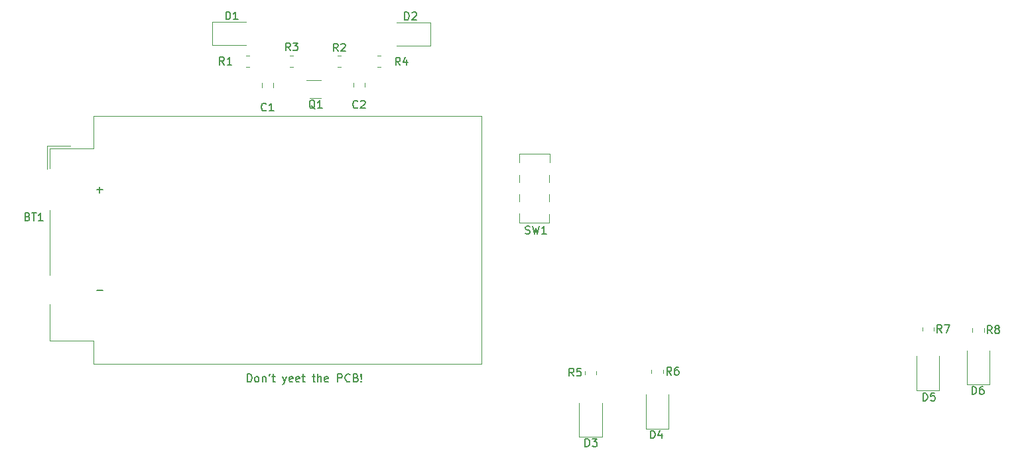
<source format=gto>
%TF.GenerationSoftware,KiCad,Pcbnew,(5.99.0-8452-g479487ceb1)*%
%TF.CreationDate,2021-02-17T16:52:36+01:00*%
%TF.ProjectId,Hausaufgabe,48617573-6175-4666-9761-62652e6b6963,rev?*%
%TF.SameCoordinates,Original*%
%TF.FileFunction,Legend,Top*%
%TF.FilePolarity,Positive*%
%FSLAX46Y46*%
G04 Gerber Fmt 4.6, Leading zero omitted, Abs format (unit mm)*
G04 Created by KiCad (PCBNEW (5.99.0-8452-g479487ceb1)) date 2021-02-17 16:52:36*
%MOMM*%
%LPD*%
G01*
G04 APERTURE LIST*
%ADD10C,0.200000*%
%ADD11C,0.150000*%
%ADD12C,0.120000*%
G04 APERTURE END LIST*
D10*
X114748095Y-110542380D02*
X114748095Y-109542380D01*
X114986190Y-109542380D01*
X115129047Y-109590000D01*
X115224285Y-109685238D01*
X115271904Y-109780476D01*
X115319523Y-109970952D01*
X115319523Y-110113809D01*
X115271904Y-110304285D01*
X115224285Y-110399523D01*
X115129047Y-110494761D01*
X114986190Y-110542380D01*
X114748095Y-110542380D01*
X115890952Y-110542380D02*
X115795714Y-110494761D01*
X115748095Y-110447142D01*
X115700476Y-110351904D01*
X115700476Y-110066190D01*
X115748095Y-109970952D01*
X115795714Y-109923333D01*
X115890952Y-109875714D01*
X116033809Y-109875714D01*
X116129047Y-109923333D01*
X116176666Y-109970952D01*
X116224285Y-110066190D01*
X116224285Y-110351904D01*
X116176666Y-110447142D01*
X116129047Y-110494761D01*
X116033809Y-110542380D01*
X115890952Y-110542380D01*
X116652857Y-109875714D02*
X116652857Y-110542380D01*
X116652857Y-109970952D02*
X116700476Y-109923333D01*
X116795714Y-109875714D01*
X116938571Y-109875714D01*
X117033809Y-109923333D01*
X117081428Y-110018571D01*
X117081428Y-110542380D01*
X117605238Y-109542380D02*
X117510000Y-109732857D01*
X117890952Y-109875714D02*
X118271904Y-109875714D01*
X118033809Y-109542380D02*
X118033809Y-110399523D01*
X118081428Y-110494761D01*
X118176666Y-110542380D01*
X118271904Y-110542380D01*
X119271904Y-109875714D02*
X119510000Y-110542380D01*
X119748095Y-109875714D02*
X119510000Y-110542380D01*
X119414761Y-110780476D01*
X119367142Y-110828095D01*
X119271904Y-110875714D01*
X120510000Y-110494761D02*
X120414761Y-110542380D01*
X120224285Y-110542380D01*
X120129047Y-110494761D01*
X120081428Y-110399523D01*
X120081428Y-110018571D01*
X120129047Y-109923333D01*
X120224285Y-109875714D01*
X120414761Y-109875714D01*
X120510000Y-109923333D01*
X120557619Y-110018571D01*
X120557619Y-110113809D01*
X120081428Y-110209047D01*
X121367142Y-110494761D02*
X121271904Y-110542380D01*
X121081428Y-110542380D01*
X120986190Y-110494761D01*
X120938571Y-110399523D01*
X120938571Y-110018571D01*
X120986190Y-109923333D01*
X121081428Y-109875714D01*
X121271904Y-109875714D01*
X121367142Y-109923333D01*
X121414761Y-110018571D01*
X121414761Y-110113809D01*
X120938571Y-110209047D01*
X121700476Y-109875714D02*
X122081428Y-109875714D01*
X121843333Y-109542380D02*
X121843333Y-110399523D01*
X121890952Y-110494761D01*
X121986190Y-110542380D01*
X122081428Y-110542380D01*
X123033809Y-109875714D02*
X123414761Y-109875714D01*
X123176666Y-109542380D02*
X123176666Y-110399523D01*
X123224285Y-110494761D01*
X123319523Y-110542380D01*
X123414761Y-110542380D01*
X123748095Y-110542380D02*
X123748095Y-109542380D01*
X124176666Y-110542380D02*
X124176666Y-110018571D01*
X124129047Y-109923333D01*
X124033809Y-109875714D01*
X123890952Y-109875714D01*
X123795714Y-109923333D01*
X123748095Y-109970952D01*
X125033809Y-110494761D02*
X124938571Y-110542380D01*
X124748095Y-110542380D01*
X124652857Y-110494761D01*
X124605238Y-110399523D01*
X124605238Y-110018571D01*
X124652857Y-109923333D01*
X124748095Y-109875714D01*
X124938571Y-109875714D01*
X125033809Y-109923333D01*
X125081428Y-110018571D01*
X125081428Y-110113809D01*
X124605238Y-110209047D01*
X126271904Y-110542380D02*
X126271904Y-109542380D01*
X126652857Y-109542380D01*
X126748095Y-109590000D01*
X126795714Y-109637619D01*
X126843333Y-109732857D01*
X126843333Y-109875714D01*
X126795714Y-109970952D01*
X126748095Y-110018571D01*
X126652857Y-110066190D01*
X126271904Y-110066190D01*
X127843333Y-110447142D02*
X127795714Y-110494761D01*
X127652857Y-110542380D01*
X127557619Y-110542380D01*
X127414761Y-110494761D01*
X127319523Y-110399523D01*
X127271904Y-110304285D01*
X127224285Y-110113809D01*
X127224285Y-109970952D01*
X127271904Y-109780476D01*
X127319523Y-109685238D01*
X127414761Y-109590000D01*
X127557619Y-109542380D01*
X127652857Y-109542380D01*
X127795714Y-109590000D01*
X127843333Y-109637619D01*
X128605238Y-110018571D02*
X128748095Y-110066190D01*
X128795714Y-110113809D01*
X128843333Y-110209047D01*
X128843333Y-110351904D01*
X128795714Y-110447142D01*
X128748095Y-110494761D01*
X128652857Y-110542380D01*
X128271904Y-110542380D01*
X128271904Y-109542380D01*
X128605238Y-109542380D01*
X128700476Y-109590000D01*
X128748095Y-109637619D01*
X128795714Y-109732857D01*
X128795714Y-109828095D01*
X128748095Y-109923333D01*
X128700476Y-109970952D01*
X128605238Y-110018571D01*
X128271904Y-110018571D01*
X129271904Y-110447142D02*
X129319523Y-110494761D01*
X129271904Y-110542380D01*
X129224285Y-110494761D01*
X129271904Y-110447142D01*
X129271904Y-110542380D01*
X129271904Y-110161428D02*
X129224285Y-109590000D01*
X129271904Y-109542380D01*
X129319523Y-109590000D01*
X129271904Y-110161428D01*
X129271904Y-109542380D01*
D11*
%TO.C,R2*%
X126323333Y-68312380D02*
X125990000Y-67836190D01*
X125751904Y-68312380D02*
X125751904Y-67312380D01*
X126132857Y-67312380D01*
X126228095Y-67360000D01*
X126275714Y-67407619D01*
X126323333Y-67502857D01*
X126323333Y-67645714D01*
X126275714Y-67740952D01*
X126228095Y-67788571D01*
X126132857Y-67836190D01*
X125751904Y-67836190D01*
X126704285Y-67407619D02*
X126751904Y-67360000D01*
X126847142Y-67312380D01*
X127085238Y-67312380D01*
X127180476Y-67360000D01*
X127228095Y-67407619D01*
X127275714Y-67502857D01*
X127275714Y-67598095D01*
X127228095Y-67740952D01*
X126656666Y-68312380D01*
X127275714Y-68312380D01*
%TO.C,R1*%
X111783333Y-70052380D02*
X111450000Y-69576190D01*
X111211904Y-70052380D02*
X111211904Y-69052380D01*
X111592857Y-69052380D01*
X111688095Y-69100000D01*
X111735714Y-69147619D01*
X111783333Y-69242857D01*
X111783333Y-69385714D01*
X111735714Y-69480952D01*
X111688095Y-69528571D01*
X111592857Y-69576190D01*
X111211904Y-69576190D01*
X112735714Y-70052380D02*
X112164285Y-70052380D01*
X112450000Y-70052380D02*
X112450000Y-69052380D01*
X112354761Y-69195238D01*
X112259523Y-69290476D01*
X112164285Y-69338095D01*
%TO.C,R4*%
X134243333Y-70092380D02*
X133910000Y-69616190D01*
X133671904Y-70092380D02*
X133671904Y-69092380D01*
X134052857Y-69092380D01*
X134148095Y-69140000D01*
X134195714Y-69187619D01*
X134243333Y-69282857D01*
X134243333Y-69425714D01*
X134195714Y-69520952D01*
X134148095Y-69568571D01*
X134052857Y-69616190D01*
X133671904Y-69616190D01*
X135100476Y-69425714D02*
X135100476Y-70092380D01*
X134862380Y-69044761D02*
X134624285Y-69759047D01*
X135243333Y-69759047D01*
%TO.C,SW1*%
X150246666Y-91594761D02*
X150389523Y-91642380D01*
X150627619Y-91642380D01*
X150722857Y-91594761D01*
X150770476Y-91547142D01*
X150818095Y-91451904D01*
X150818095Y-91356666D01*
X150770476Y-91261428D01*
X150722857Y-91213809D01*
X150627619Y-91166190D01*
X150437142Y-91118571D01*
X150341904Y-91070952D01*
X150294285Y-91023333D01*
X150246666Y-90928095D01*
X150246666Y-90832857D01*
X150294285Y-90737619D01*
X150341904Y-90690000D01*
X150437142Y-90642380D01*
X150675238Y-90642380D01*
X150818095Y-90690000D01*
X151151428Y-90642380D02*
X151389523Y-91642380D01*
X151580000Y-90928095D01*
X151770476Y-91642380D01*
X152008571Y-90642380D01*
X152913333Y-91642380D02*
X152341904Y-91642380D01*
X152627619Y-91642380D02*
X152627619Y-90642380D01*
X152532380Y-90785238D01*
X152437142Y-90880476D01*
X152341904Y-90928095D01*
%TO.C,R7*%
X203373333Y-104262380D02*
X203040000Y-103786190D01*
X202801904Y-104262380D02*
X202801904Y-103262380D01*
X203182857Y-103262380D01*
X203278095Y-103310000D01*
X203325714Y-103357619D01*
X203373333Y-103452857D01*
X203373333Y-103595714D01*
X203325714Y-103690952D01*
X203278095Y-103738571D01*
X203182857Y-103786190D01*
X202801904Y-103786190D01*
X203706666Y-103262380D02*
X204373333Y-103262380D01*
X203944761Y-104262380D01*
%TO.C,R6*%
X168883333Y-109662380D02*
X168550000Y-109186190D01*
X168311904Y-109662380D02*
X168311904Y-108662380D01*
X168692857Y-108662380D01*
X168788095Y-108710000D01*
X168835714Y-108757619D01*
X168883333Y-108852857D01*
X168883333Y-108995714D01*
X168835714Y-109090952D01*
X168788095Y-109138571D01*
X168692857Y-109186190D01*
X168311904Y-109186190D01*
X169740476Y-108662380D02*
X169550000Y-108662380D01*
X169454761Y-108710000D01*
X169407142Y-108757619D01*
X169311904Y-108900476D01*
X169264285Y-109090952D01*
X169264285Y-109471904D01*
X169311904Y-109567142D01*
X169359523Y-109614761D01*
X169454761Y-109662380D01*
X169645238Y-109662380D01*
X169740476Y-109614761D01*
X169788095Y-109567142D01*
X169835714Y-109471904D01*
X169835714Y-109233809D01*
X169788095Y-109138571D01*
X169740476Y-109090952D01*
X169645238Y-109043333D01*
X169454761Y-109043333D01*
X169359523Y-109090952D01*
X169311904Y-109138571D01*
X169264285Y-109233809D01*
%TO.C,D4*%
X166211904Y-117762380D02*
X166211904Y-116762380D01*
X166450000Y-116762380D01*
X166592857Y-116810000D01*
X166688095Y-116905238D01*
X166735714Y-117000476D01*
X166783333Y-117190952D01*
X166783333Y-117333809D01*
X166735714Y-117524285D01*
X166688095Y-117619523D01*
X166592857Y-117714761D01*
X166450000Y-117762380D01*
X166211904Y-117762380D01*
X167640476Y-117095714D02*
X167640476Y-117762380D01*
X167402380Y-116714761D02*
X167164285Y-117429047D01*
X167783333Y-117429047D01*
%TO.C,D3*%
X157871904Y-118802380D02*
X157871904Y-117802380D01*
X158110000Y-117802380D01*
X158252857Y-117850000D01*
X158348095Y-117945238D01*
X158395714Y-118040476D01*
X158443333Y-118230952D01*
X158443333Y-118373809D01*
X158395714Y-118564285D01*
X158348095Y-118659523D01*
X158252857Y-118754761D01*
X158110000Y-118802380D01*
X157871904Y-118802380D01*
X158776666Y-117802380D02*
X159395714Y-117802380D01*
X159062380Y-118183333D01*
X159205238Y-118183333D01*
X159300476Y-118230952D01*
X159348095Y-118278571D01*
X159395714Y-118373809D01*
X159395714Y-118611904D01*
X159348095Y-118707142D01*
X159300476Y-118754761D01*
X159205238Y-118802380D01*
X158919523Y-118802380D01*
X158824285Y-118754761D01*
X158776666Y-118707142D01*
%TO.C,C2*%
X128823333Y-75507142D02*
X128775714Y-75554761D01*
X128632857Y-75602380D01*
X128537619Y-75602380D01*
X128394761Y-75554761D01*
X128299523Y-75459523D01*
X128251904Y-75364285D01*
X128204285Y-75173809D01*
X128204285Y-75030952D01*
X128251904Y-74840476D01*
X128299523Y-74745238D01*
X128394761Y-74650000D01*
X128537619Y-74602380D01*
X128632857Y-74602380D01*
X128775714Y-74650000D01*
X128823333Y-74697619D01*
X129204285Y-74697619D02*
X129251904Y-74650000D01*
X129347142Y-74602380D01*
X129585238Y-74602380D01*
X129680476Y-74650000D01*
X129728095Y-74697619D01*
X129775714Y-74792857D01*
X129775714Y-74888095D01*
X129728095Y-75030952D01*
X129156666Y-75602380D01*
X129775714Y-75602380D01*
%TO.C,D2*%
X134821904Y-64312380D02*
X134821904Y-63312380D01*
X135060000Y-63312380D01*
X135202857Y-63360000D01*
X135298095Y-63455238D01*
X135345714Y-63550476D01*
X135393333Y-63740952D01*
X135393333Y-63883809D01*
X135345714Y-64074285D01*
X135298095Y-64169523D01*
X135202857Y-64264761D01*
X135060000Y-64312380D01*
X134821904Y-64312380D01*
X135774285Y-63407619D02*
X135821904Y-63360000D01*
X135917142Y-63312380D01*
X136155238Y-63312380D01*
X136250476Y-63360000D01*
X136298095Y-63407619D01*
X136345714Y-63502857D01*
X136345714Y-63598095D01*
X136298095Y-63740952D01*
X135726666Y-64312380D01*
X136345714Y-64312380D01*
%TO.C,R8*%
X209803333Y-104372380D02*
X209470000Y-103896190D01*
X209231904Y-104372380D02*
X209231904Y-103372380D01*
X209612857Y-103372380D01*
X209708095Y-103420000D01*
X209755714Y-103467619D01*
X209803333Y-103562857D01*
X209803333Y-103705714D01*
X209755714Y-103800952D01*
X209708095Y-103848571D01*
X209612857Y-103896190D01*
X209231904Y-103896190D01*
X210374761Y-103800952D02*
X210279523Y-103753333D01*
X210231904Y-103705714D01*
X210184285Y-103610476D01*
X210184285Y-103562857D01*
X210231904Y-103467619D01*
X210279523Y-103420000D01*
X210374761Y-103372380D01*
X210565238Y-103372380D01*
X210660476Y-103420000D01*
X210708095Y-103467619D01*
X210755714Y-103562857D01*
X210755714Y-103610476D01*
X210708095Y-103705714D01*
X210660476Y-103753333D01*
X210565238Y-103800952D01*
X210374761Y-103800952D01*
X210279523Y-103848571D01*
X210231904Y-103896190D01*
X210184285Y-103991428D01*
X210184285Y-104181904D01*
X210231904Y-104277142D01*
X210279523Y-104324761D01*
X210374761Y-104372380D01*
X210565238Y-104372380D01*
X210660476Y-104324761D01*
X210708095Y-104277142D01*
X210755714Y-104181904D01*
X210755714Y-103991428D01*
X210708095Y-103896190D01*
X210660476Y-103848571D01*
X210565238Y-103800952D01*
%TO.C,D6*%
X207251904Y-112122380D02*
X207251904Y-111122380D01*
X207490000Y-111122380D01*
X207632857Y-111170000D01*
X207728095Y-111265238D01*
X207775714Y-111360476D01*
X207823333Y-111550952D01*
X207823333Y-111693809D01*
X207775714Y-111884285D01*
X207728095Y-111979523D01*
X207632857Y-112074761D01*
X207490000Y-112122380D01*
X207251904Y-112122380D01*
X208680476Y-111122380D02*
X208490000Y-111122380D01*
X208394761Y-111170000D01*
X208347142Y-111217619D01*
X208251904Y-111360476D01*
X208204285Y-111550952D01*
X208204285Y-111931904D01*
X208251904Y-112027142D01*
X208299523Y-112074761D01*
X208394761Y-112122380D01*
X208585238Y-112122380D01*
X208680476Y-112074761D01*
X208728095Y-112027142D01*
X208775714Y-111931904D01*
X208775714Y-111693809D01*
X208728095Y-111598571D01*
X208680476Y-111550952D01*
X208585238Y-111503333D01*
X208394761Y-111503333D01*
X208299523Y-111550952D01*
X208251904Y-111598571D01*
X208204285Y-111693809D01*
%TO.C,D1*%
X112001904Y-64252380D02*
X112001904Y-63252380D01*
X112240000Y-63252380D01*
X112382857Y-63300000D01*
X112478095Y-63395238D01*
X112525714Y-63490476D01*
X112573333Y-63680952D01*
X112573333Y-63823809D01*
X112525714Y-64014285D01*
X112478095Y-64109523D01*
X112382857Y-64204761D01*
X112240000Y-64252380D01*
X112001904Y-64252380D01*
X113525714Y-64252380D02*
X112954285Y-64252380D01*
X113240000Y-64252380D02*
X113240000Y-63252380D01*
X113144761Y-63395238D01*
X113049523Y-63490476D01*
X112954285Y-63538095D01*
%TO.C,R5*%
X156413333Y-109812380D02*
X156080000Y-109336190D01*
X155841904Y-109812380D02*
X155841904Y-108812380D01*
X156222857Y-108812380D01*
X156318095Y-108860000D01*
X156365714Y-108907619D01*
X156413333Y-109002857D01*
X156413333Y-109145714D01*
X156365714Y-109240952D01*
X156318095Y-109288571D01*
X156222857Y-109336190D01*
X155841904Y-109336190D01*
X157318095Y-108812380D02*
X156841904Y-108812380D01*
X156794285Y-109288571D01*
X156841904Y-109240952D01*
X156937142Y-109193333D01*
X157175238Y-109193333D01*
X157270476Y-109240952D01*
X157318095Y-109288571D01*
X157365714Y-109383809D01*
X157365714Y-109621904D01*
X157318095Y-109717142D01*
X157270476Y-109764761D01*
X157175238Y-109812380D01*
X156937142Y-109812380D01*
X156841904Y-109764761D01*
X156794285Y-109717142D01*
%TO.C,C1*%
X117153333Y-75837142D02*
X117105714Y-75884761D01*
X116962857Y-75932380D01*
X116867619Y-75932380D01*
X116724761Y-75884761D01*
X116629523Y-75789523D01*
X116581904Y-75694285D01*
X116534285Y-75503809D01*
X116534285Y-75360952D01*
X116581904Y-75170476D01*
X116629523Y-75075238D01*
X116724761Y-74980000D01*
X116867619Y-74932380D01*
X116962857Y-74932380D01*
X117105714Y-74980000D01*
X117153333Y-75027619D01*
X118105714Y-75932380D02*
X117534285Y-75932380D01*
X117820000Y-75932380D02*
X117820000Y-74932380D01*
X117724761Y-75075238D01*
X117629523Y-75170476D01*
X117534285Y-75218095D01*
%TO.C,Q1*%
X123384761Y-75667619D02*
X123289523Y-75620000D01*
X123194285Y-75524761D01*
X123051428Y-75381904D01*
X122956190Y-75334285D01*
X122860952Y-75334285D01*
X122908571Y-75572380D02*
X122813333Y-75524761D01*
X122718095Y-75429523D01*
X122670476Y-75239047D01*
X122670476Y-74905714D01*
X122718095Y-74715238D01*
X122813333Y-74620000D01*
X122908571Y-74572380D01*
X123099047Y-74572380D01*
X123194285Y-74620000D01*
X123289523Y-74715238D01*
X123337142Y-74905714D01*
X123337142Y-75239047D01*
X123289523Y-75429523D01*
X123194285Y-75524761D01*
X123099047Y-75572380D01*
X122908571Y-75572380D01*
X124289523Y-75572380D02*
X123718095Y-75572380D01*
X124003809Y-75572380D02*
X124003809Y-74572380D01*
X123908571Y-74715238D01*
X123813333Y-74810476D01*
X123718095Y-74858095D01*
%TO.C,D5*%
X201001904Y-112962380D02*
X201001904Y-111962380D01*
X201240000Y-111962380D01*
X201382857Y-112010000D01*
X201478095Y-112105238D01*
X201525714Y-112200476D01*
X201573333Y-112390952D01*
X201573333Y-112533809D01*
X201525714Y-112724285D01*
X201478095Y-112819523D01*
X201382857Y-112914761D01*
X201240000Y-112962380D01*
X201001904Y-112962380D01*
X202478095Y-111962380D02*
X202001904Y-111962380D01*
X201954285Y-112438571D01*
X202001904Y-112390952D01*
X202097142Y-112343333D01*
X202335238Y-112343333D01*
X202430476Y-112390952D01*
X202478095Y-112438571D01*
X202525714Y-112533809D01*
X202525714Y-112771904D01*
X202478095Y-112867142D01*
X202430476Y-112914761D01*
X202335238Y-112962380D01*
X202097142Y-112962380D01*
X202001904Y-112914761D01*
X201954285Y-112867142D01*
%TO.C,R3*%
X120233333Y-68242380D02*
X119900000Y-67766190D01*
X119661904Y-68242380D02*
X119661904Y-67242380D01*
X120042857Y-67242380D01*
X120138095Y-67290000D01*
X120185714Y-67337619D01*
X120233333Y-67432857D01*
X120233333Y-67575714D01*
X120185714Y-67670952D01*
X120138095Y-67718571D01*
X120042857Y-67766190D01*
X119661904Y-67766190D01*
X120566666Y-67242380D02*
X121185714Y-67242380D01*
X120852380Y-67623333D01*
X120995238Y-67623333D01*
X121090476Y-67670952D01*
X121138095Y-67718571D01*
X121185714Y-67813809D01*
X121185714Y-68051904D01*
X121138095Y-68147142D01*
X121090476Y-68194761D01*
X120995238Y-68242380D01*
X120709523Y-68242380D01*
X120614285Y-68194761D01*
X120566666Y-68147142D01*
%TO.C,BT1*%
X86687941Y-89437338D02*
X86830798Y-89484957D01*
X86878417Y-89532576D01*
X86926036Y-89627814D01*
X86926036Y-89770671D01*
X86878417Y-89865909D01*
X86830798Y-89913528D01*
X86735560Y-89961147D01*
X86354608Y-89961147D01*
X86354608Y-88961147D01*
X86687941Y-88961147D01*
X86783179Y-89008767D01*
X86830798Y-89056386D01*
X86878417Y-89151624D01*
X86878417Y-89246862D01*
X86830798Y-89342100D01*
X86783179Y-89389719D01*
X86687941Y-89437338D01*
X86354608Y-89437338D01*
X87211751Y-88961147D02*
X87783179Y-88961147D01*
X87497465Y-89961147D02*
X87497465Y-88961147D01*
X88640322Y-89961147D02*
X88068894Y-89961147D01*
X88354608Y-89961147D02*
X88354608Y-88961147D01*
X88259370Y-89104005D01*
X88164132Y-89199243D01*
X88068894Y-89246862D01*
X95509251Y-98880195D02*
X96271156Y-98880195D01*
X95509251Y-86000195D02*
X96271156Y-86000195D01*
X95890203Y-86381147D02*
X95890203Y-85619243D01*
D12*
%TO.C,R2*%
X126719064Y-70331000D02*
X126264936Y-70331000D01*
X126719064Y-68861000D02*
X126264936Y-68861000D01*
%TO.C,R1*%
X115019064Y-68861000D02*
X114564936Y-68861000D01*
X115019064Y-70331000D02*
X114564936Y-70331000D01*
%TO.C,R4*%
X131344936Y-68861000D02*
X131799064Y-68861000D01*
X131344936Y-70331000D02*
X131799064Y-70331000D01*
%TO.C,SW1*%
X153310000Y-86597500D02*
X153310000Y-87522500D01*
X153310000Y-90220000D02*
X153310000Y-89090000D01*
X149470000Y-82505000D02*
X149470000Y-81381250D01*
X153310000Y-84081250D02*
X153310000Y-85018750D01*
X149470000Y-90220000D02*
X153310000Y-90220000D01*
X149470000Y-84080000D02*
X149470000Y-85010000D01*
X149470000Y-89070000D02*
X149470000Y-90220000D01*
X153315000Y-81378750D02*
X153315000Y-82480000D01*
X149470000Y-86610000D02*
X149470000Y-87540000D01*
X149470000Y-81381250D02*
X153315000Y-81378750D01*
%TO.C,R7*%
X202375000Y-104017064D02*
X202375000Y-103562936D01*
X200905000Y-104017064D02*
X200905000Y-103562936D01*
%TO.C,R6*%
X167815000Y-109427064D02*
X167815000Y-108972936D01*
X166345000Y-109427064D02*
X166345000Y-108972936D01*
%TO.C,D4*%
X165620000Y-116505000D02*
X168530000Y-116505000D01*
X168530000Y-116505000D02*
X168540000Y-112155000D01*
X165620000Y-112155000D02*
X165620000Y-116505000D01*
%TO.C,D3*%
X157110000Y-113215000D02*
X157110000Y-117565000D01*
X160020000Y-117565000D02*
X160030000Y-113215000D01*
X157110000Y-117565000D02*
X160020000Y-117565000D01*
%TO.C,C2*%
X128297000Y-72361248D02*
X128297000Y-72883752D01*
X129767000Y-72361248D02*
X129767000Y-72883752D01*
%TO.C,D2*%
X138150000Y-64680000D02*
X133800000Y-64670000D01*
X138150000Y-67590000D02*
X138150000Y-64680000D01*
X133800000Y-67590000D02*
X138150000Y-67590000D01*
%TO.C,R8*%
X207305000Y-104157064D02*
X207305000Y-103702936D01*
X208775000Y-104157064D02*
X208775000Y-103702936D01*
%TO.C,D6*%
X206570000Y-106520000D02*
X206570000Y-110870000D01*
X209480000Y-110870000D02*
X209490000Y-106520000D01*
X206570000Y-110870000D02*
X209480000Y-110870000D01*
%TO.C,D1*%
X110235000Y-67500000D02*
X114585000Y-67510000D01*
X114585000Y-64590000D02*
X110235000Y-64590000D01*
X110235000Y-64590000D02*
X110235000Y-67500000D01*
%TO.C,R5*%
X159305000Y-109627064D02*
X159305000Y-109172936D01*
X157835000Y-109627064D02*
X157835000Y-109172936D01*
%TO.C,C1*%
X116613000Y-72382748D02*
X116613000Y-72905252D01*
X118083000Y-72382748D02*
X118083000Y-72905252D01*
%TO.C,Q1*%
X124144000Y-71992000D02*
X122244000Y-71992000D01*
X122744000Y-74312000D02*
X124144000Y-74312000D01*
%TO.C,D5*%
X200160000Y-107265000D02*
X200160000Y-111615000D01*
X203070000Y-111615000D02*
X203080000Y-107265000D01*
X200160000Y-111615000D02*
X203070000Y-111615000D01*
%TO.C,R3*%
X120168936Y-70331000D02*
X120623064Y-70331000D01*
X120168936Y-68861000D02*
X120623064Y-68861000D01*
%TO.C,BT1*%
X89173656Y-80378767D02*
X92173656Y-80378767D01*
X95113656Y-105308767D02*
X89513656Y-105308767D01*
X95113656Y-108208767D02*
X95113656Y-105308767D01*
X89513656Y-105308767D02*
X89513656Y-100628767D01*
X144673656Y-108208767D02*
X144673656Y-76618767D01*
X89513656Y-88578767D02*
X89513656Y-96928767D01*
X89513656Y-80718767D02*
X89513656Y-83278767D01*
X95113656Y-80718767D02*
X89513656Y-80718767D01*
X144673656Y-76618767D02*
X95113656Y-76618767D01*
X95113656Y-76618767D02*
X95113656Y-80718767D01*
X89173656Y-80378767D02*
X89173656Y-83378767D01*
X144673656Y-108208767D02*
X95113656Y-108208767D01*
%TD*%
M02*

</source>
